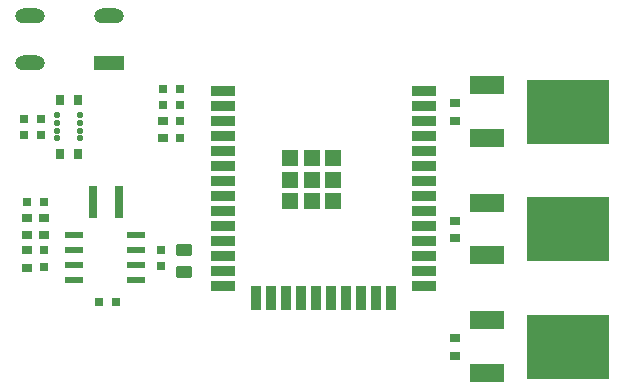
<source format=gtp>
G04*
G04 #@! TF.GenerationSoftware,Altium Limited,Altium Designer,21.2.1 (34)*
G04*
G04 Layer_Color=8421504*
%FSLAX25Y25*%
%MOIN*%
G70*
G04*
G04 #@! TF.SameCoordinates,1D3D90CA-2CC7-45D0-A42F-5F1F34DB6ECE*
G04*
G04*
G04 #@! TF.FilePolarity,Positive*
G04*
G01*
G75*
%ADD18R,0.05236X0.05236*%
%ADD19R,0.07874X0.03543*%
%ADD20R,0.03543X0.07874*%
G04:AMPARAMS|DCode=21|XSize=62.21mil|YSize=23.23mil|CornerRadius=2.9mil|HoleSize=0mil|Usage=FLASHONLY|Rotation=180.000|XOffset=0mil|YOffset=0mil|HoleType=Round|Shape=RoundedRectangle|*
%AMROUNDEDRECTD21*
21,1,0.06221,0.01742,0,0,180.0*
21,1,0.05640,0.02323,0,0,180.0*
1,1,0.00581,-0.02820,0.00871*
1,1,0.00581,0.02820,0.00871*
1,1,0.00581,0.02820,-0.00871*
1,1,0.00581,-0.02820,-0.00871*
%
%ADD21ROUNDEDRECTD21*%
%ADD22R,0.10000X0.05000*%
%ADD23O,0.10000X0.05000*%
%ADD24R,0.03543X0.02756*%
%ADD25R,0.03000X0.03000*%
G04:AMPARAMS|DCode=26|XSize=19.29mil|YSize=17.72mil|CornerRadius=2.22mil|HoleSize=0mil|Usage=FLASHONLY|Rotation=0.000|XOffset=0mil|YOffset=0mil|HoleType=Round|Shape=RoundedRectangle|*
%AMROUNDEDRECTD26*
21,1,0.01929,0.01329,0,0,0.0*
21,1,0.01486,0.01772,0,0,0.0*
1,1,0.00443,0.00743,-0.00664*
1,1,0.00443,-0.00743,-0.00664*
1,1,0.00443,-0.00743,0.00664*
1,1,0.00443,0.00743,0.00664*
%
%ADD26ROUNDEDRECTD26*%
%ADD27R,0.02756X0.03543*%
%ADD28R,0.27559X0.21463*%
%ADD29R,0.11800X0.06300*%
%ADD30R,0.03150X0.10630*%
G04:AMPARAMS|DCode=31|XSize=39.37mil|YSize=55.91mil|CornerRadius=4.92mil|HoleSize=0mil|Usage=FLASHONLY|Rotation=270.000|XOffset=0mil|YOffset=0mil|HoleType=Round|Shape=RoundedRectangle|*
%AMROUNDEDRECTD31*
21,1,0.03937,0.04606,0,0,270.0*
21,1,0.02953,0.05591,0,0,270.0*
1,1,0.00984,-0.02303,-0.01476*
1,1,0.00984,-0.02303,0.01476*
1,1,0.00984,0.02303,0.01476*
1,1,0.00984,0.02303,-0.01476*
%
%ADD31ROUNDEDRECTD31*%
%ADD32R,0.03000X0.03000*%
D18*
X108957Y88130D02*
D03*
X101732D02*
D03*
X94508D02*
D03*
X108957Y95354D02*
D03*
X101732D02*
D03*
X94508D02*
D03*
X108957Y102579D02*
D03*
X101732D02*
D03*
X94508D02*
D03*
D19*
X139134Y124882D02*
D03*
Y119882D02*
D03*
Y114882D02*
D03*
Y109882D02*
D03*
Y104882D02*
D03*
Y99882D02*
D03*
Y94882D02*
D03*
Y89882D02*
D03*
Y84882D02*
D03*
Y79882D02*
D03*
Y74882D02*
D03*
Y69882D02*
D03*
Y64882D02*
D03*
Y59882D02*
D03*
X72205D02*
D03*
Y64882D02*
D03*
Y69882D02*
D03*
Y74882D02*
D03*
Y79882D02*
D03*
Y84882D02*
D03*
Y89882D02*
D03*
Y94882D02*
D03*
Y99882D02*
D03*
Y104882D02*
D03*
Y109882D02*
D03*
Y114882D02*
D03*
Y119882D02*
D03*
Y124882D02*
D03*
D20*
X128169Y55945D02*
D03*
X123169D02*
D03*
X118169D02*
D03*
X113169D02*
D03*
X108169D02*
D03*
X103169D02*
D03*
X98169D02*
D03*
X93169D02*
D03*
X88169D02*
D03*
X83169D02*
D03*
D21*
X43327Y61831D02*
D03*
Y66831D02*
D03*
Y71831D02*
D03*
Y76831D02*
D03*
X22658D02*
D03*
Y71831D02*
D03*
Y66831D02*
D03*
Y61831D02*
D03*
D22*
X34291Y134264D02*
D03*
D23*
X7791D02*
D03*
X34291Y149764D02*
D03*
X7791D02*
D03*
D24*
X52148Y109108D02*
D03*
Y115013D02*
D03*
X149606Y36547D02*
D03*
Y42453D02*
D03*
Y75787D02*
D03*
Y81693D02*
D03*
Y115024D02*
D03*
Y120929D02*
D03*
X6850Y65984D02*
D03*
Y71890D02*
D03*
X6851Y76733D02*
D03*
Y82638D02*
D03*
X12559Y82677D02*
D03*
Y76772D02*
D03*
D25*
X57975Y109317D02*
D03*
Y114817D02*
D03*
X57953Y125669D02*
D03*
Y120169D02*
D03*
X52125Y125669D02*
D03*
Y120169D02*
D03*
X11535Y110091D02*
D03*
Y115591D02*
D03*
X5945Y110051D02*
D03*
Y115551D02*
D03*
X51339Y66378D02*
D03*
Y71878D02*
D03*
X12559Y71772D02*
D03*
Y66272D02*
D03*
D26*
X24567Y111634D02*
D03*
Y114193D02*
D03*
Y116753D02*
D03*
Y109075D02*
D03*
X16929Y111634D02*
D03*
Y114193D02*
D03*
Y116753D02*
D03*
Y109075D02*
D03*
D27*
X17795Y104016D02*
D03*
X23701D02*
D03*
X17795Y121850D02*
D03*
X23701D02*
D03*
D28*
X187008Y39500D02*
D03*
Y117976D02*
D03*
Y78740D02*
D03*
D29*
X160313Y30800D02*
D03*
Y48400D02*
D03*
Y109276D02*
D03*
Y126876D02*
D03*
Y70040D02*
D03*
Y87640D02*
D03*
D30*
X37362Y87795D02*
D03*
X28701D02*
D03*
D31*
X59173Y71909D02*
D03*
Y64547D02*
D03*
D32*
X30906Y54488D02*
D03*
X36406D02*
D03*
X12480Y87835D02*
D03*
X6980D02*
D03*
M02*

</source>
